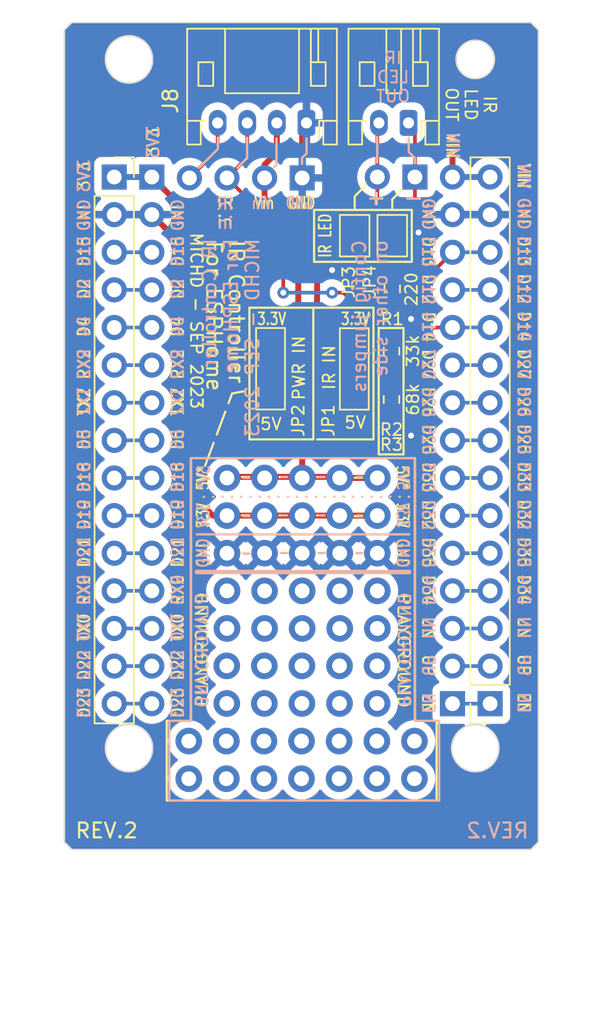
<source format=kicad_pcb>
(kicad_pcb (version 20221018) (generator pcbnew)
  (title_block (title "ESP32 WLED APA102 Level Shifter") (date "2023-09-30") (rev "2") (company "MichD"))
  (layers (0 "F.Cu" signal) (31 "B.Cu" signal) (34 "B.Paste" user) (35 "F.Paste" user) (36 "B.SilkS" user "B.Silkscreen") (37 "F.SilkS" user "F.Silkscreen") (38 "B.Mask" user) (39 "F.Mask" user) (44 "Edge.Cuts" user))
  (net 0 "")
  (net 1 "+5V")
  (net 2 "GND")
  (net 3 "/IR_SENSOR_UC")
  (net 4 "Net-(J6-Pin_1)")
  (net 5 "+3.3V")
  (net 6 "/IR_TX")
  (net 7 "Net-(J6-Pin_2)")
  (net 8 "Net-(J1-Pin_3)")
  (net 9 "Net-(J1-Pin_4)")
  (net 10 "Net-(J1-Pin_5)")
  (net 11 "Net-(J1-Pin_6)")
  (net 12 "Net-(J1-Pin_7)")
  (net 13 "Net-(J1-Pin_8)")
  (net 14 "Net-(J1-Pin_9)")
  (net 15 "Net-(J1-Pin_10)")
  (net 16 "Net-(J1-Pin_11)")
  (net 17 "Net-(J1-Pin_12)")
  (net 18 "Net-(J1-Pin_13)")
  (net 19 "Net-(J1-Pin_14)")
  (net 20 "Net-(J1-Pin_15)")
  (net 21 "Net-(J2-Pin_1)")
  (net 22 "Net-(J2-Pin_2)")
  (net 23 "Net-(J2-Pin_3)")
  (net 24 "Net-(J2-Pin_4)")
  (net 25 "Net-(J2-Pin_5)")
  (net 26 "Net-(J2-Pin_6)")
  (net 27 "Net-(J2-Pin_7)")
  (net 28 "Net-(J2-Pin_8)")
  (net 29 "Net-(J2-Pin_9)")
  (net 30 "Net-(J2-Pin_10)")
  (net 31 "Net-(J2-Pin_12)")
  (net 32 "Net-(JP1-A)")
  (net 33 "Net-(JP4-A)")
  (net 34 "/IR_SENSOR_CONN")
  (net 35 "Net-(J5-Pin_4)")
  (net 36 "VIN")
  (footprint "Connector_Pin:Pin_D0.9mm_L10.0mm_W2.4mm_FlatFork" (layer "F.Cu") (at 141.978 108.4276 90)
    (fp_text reference "REF**" hide)
    (fp_text value "Pin_D0.9mm_L10.0mm_W2.4mm_FlatFork")
  )
  (footprint "Connector_Pin:Pin_D0.9mm_L10.0mm_W2.4mm_FlatFork" (layer "F.Cu") (at 142.022 100.8228 90)
    (fp_text reference "REF**" hide)
    (fp_text value "Pin_D0.9mm_L10.0mm_W2.4mm_FlatFork")
  )
  (footprint "Jumper:SolderJumper-2_P1.3mm_Open_TrianglePad1.0x1.5mm" (layer "F.Cu") (at 152.4 73.115 90)
    (fp_text reference "JP4")
    (fp_text value "Jumper_2_Open")
  )
  (footprint "Connector_PinSocket_2.54mm:PinSocket_1x15_P2.54mm_Vertical" (layer "F.Cu") (at 133.612 69.154)
    (fp_text reference "J1" hide)
    (fp_text value "Conn_01x15_Female")
  )
  (footprint "" (layer "F.Cu") (at 151.36 104.6836)
    (fp_text reference "")
    (fp_text value "")
  )
  (footprint "Connector_PinHeader_2.54mm:PinHeader_1x15_P2.54mm_Vertical" (layer "F.Cu") (at 136.152 69.154)
    (fp_text reference "J3" hide)
    (fp_text value "Conn_01x15_Male")
  )
  (footprint "Connector_Pin:Pin_D0.9mm_L10.0mm_W2.4mm_FlatFork" (layer "F.Cu") (at 142.284 90.17 90)
    (fp_text reference "REF**" hide)
    (fp_text value "Pin_D0.9mm_L10.0mm_W2.4mm_FlatFork")
  )
  (footprint "" (layer "F.Cu") (at 146.558 97.0128 90)
    (fp_text reference "" hide)
    (fp_text value "" hide)
  )
  (footprint "" (layer "F.Cu") (at 146.542 104.6176 90)
    (fp_text reference "" hide)
    (fp_text value "" hide)
  )
  (footprint "" (layer "F.Cu") (at 144.052 109.6976 90)
    (fp_text reference "" hide)
    (fp_text value "" hide)
  )
  (footprint "" (layer "F.Cu") (at 149.904 99.5528 90)
    (fp_text reference "" hide)
    (fp_text value "" hide)
  )
  (footprint "" (layer "F.Cu") (at 144.096 99.5528 90)
    (fp_text reference "" hide)
    (fp_text value "" hide)
  )
  (footprint "" (layer "F.Cu") (at 151.376 97.1398)
    (fp_text reference "")
    (fp_text value "")
  )
  (footprint "" (layer "F.Cu") (at 144.096 94.488 90)
    (fp_text reference "" hide)
    (fp_text value "" hide)
  )
  (footprint "" (layer "F.Cu") (at 146.558 94.488 90)
    (fp_text reference "" hide)
    (fp_text value "" hide)
  )
  (footprint "" (layer "F.Cu") (at 146.542 102.0776 90)
    (fp_text reference "" hide)
    (fp_text value "" hide)
  )
  (footprint "" (layer "F.Cu") (at 146.514 109.6976 90)
    (fp_text reference "" hide)
    (fp_text value "" hide)
  )
  (footprint "" (layer "F.Cu") (at 151.384 92.075)
    (fp_text reference "")
    (fp_text value "")
  )
  (footprint "" (layer "F.Cu") (at 151.36 102.2046)
    (fp_text reference "")
    (fp_text value "")
  )
  (footprint "Connector_Pin:Pin_D0.9mm_L10.0mm_W2.4mm_FlatFork" (layer "F.Cu") (at 142.006 103.3476 90)
    (fp_text reference "REF**" hide)
    (fp_text value "Pin_D0.9mm_L10.0mm_W2.4mm_FlatFork")
  )
  (footprint "Connector_Pin:Pin_D0.9mm_L10.0mm_W2.4mm_FlatFork" (layer "F.Cu") (at 142.03 93.218 90)
    (fp_text reference "REF**" hide)
    (fp_text value "Pin_D0.9mm_L10.0mm_W2.4mm_FlatFork")
  )
  (footprint "" (layer "F.Cu") (at 144.096 97.0128 90)
    (fp_text reference "" hide)
    (fp_text value "" hide)
  )
  (footprint "" (layer "F.Cu") (at 149.904 97.0128 90)
    (fp_text reference "" hide)
    (fp_text value "" hide)
  )
  (footprint "" (layer "F.Cu") (at 149.86 109.6976 90)
    (fp_text reference "" hide)
    (fp_text value "" hide)
  )
  (footprint "" (layer "F.Cu") (at 146.514 107.1576 90)
    (fp_text reference "" hide)
    (fp_text value "" hide)
  )
  (footprint "" (layer "F.Cu") (at 138.7856 107.0864)
    (fp_text reference "")
    (fp_text value "")
  )
  (footprint "" (layer "F.Cu") (at 151.344 109.7636)
    (fp_text reference "")
    (fp_text value "")
  )
  (footprint "" (layer "F.Cu") (at 151.384 94.615)
    (fp_text reference "")
    (fp_text value "")
  )
  (footprint "" (layer "F.Cu") (at 144.052 107.1576 90)
    (fp_text reference "" hide)
    (fp_text value "" hide)
  )
  (footprint "Connector_Pin:Pin_D0.9mm_L10.0mm_W2.4mm_FlatFork" (layer "F.Cu") (at 141.978 110.9676 90)
    (fp_text reference "REF**" hide)
    (fp_text value "Pin_D0.9mm_L10.0mm_W2.4mm_FlatFork")
  )
  (footprint "" (layer "F.Cu") (at 153.8224 107.2896)
    (fp_text reference "")
    (fp_text value "")
  )
  (footprint "Connector_PinHeader_2.54mm:PinHeader_1x15_P2.54mm_Vertical" (layer "F.Cu") (at 156.472 104.714 180)
    (fp_text reference "J4" hide)
    (fp_text value "Conn_01x15_Male")
  )
  (footprint "" (layer "F.Cu") (at 149.86 107.1576 90)
    (fp_text reference "" hide)
    (fp_text value "" hide)
  )
  (footprint "Connector_JST:JST_PH_S2B-PH-K_1x02_P2.00mm_Horizontal" (layer "F.Cu") (at 153.5 65.5 180)
    (fp_text reference "J6" hide)
    (fp_text value "Conn_01x02_Pin")
  )
  (footprint "Resistor_SMD:R_0603_1608Metric" (layer "F.Cu") (at 152.4 76.708 -90)
    (fp_text reference "R1")
    (fp_text value "220")
  )
  (footprint "" (layer "F.Cu") (at 149.904 94.488 90)
    (fp_text reference "" hide)
    (fp_text value "" hide)
  )
  (footprint "Jumper:SolderJumper-3_P2.0mm_Open_TrianglePad1.0x1.5mm" (layer "F.Cu") (at 144.2 82.1 90)
    (fp_text reference "JP2")
    (fp_text value "Jumper_3_Bridged12")
  )
  (footprint "" (layer "F.Cu") (at 138.6332 109.8296)
    (fp_text reference "")
    (fp_text value "")
  )
  (footprint "" (layer "F.Cu") (at 144.096 89.408 90)
    (fp_text reference "" hide)
    (fp_text value "" hide)
  )
  (footprint "" (layer "F.Cu") (at 149.888 102.0776 90)
    (fp_text reference "" hide)
    (fp_text value "" hide)
  )
  (footprint "Connector_PinSocket_2.54mm:PinSocket_1x15_P2.54mm_Vertical" (layer "F.Cu") (at 159.012 104.714 180)
    (fp_text reference "J2" hide)
    (fp_text value "Conn_01x15_Female")
  )
  (footprint "Connector_Pin:Pin_D0.9mm_L10.0mm_W2.4mm_FlatFork" (layer "F.Cu") (at 142.03 95.758 90)
    (fp_text reference "REF**" hide)
    (fp_text value "Pin_D0.9mm_L10.0mm_W2.4mm_FlatFork")
  )
  (footprint "" (layer "F.Cu") (at 149.904 91.948 90)
    (fp_text reference "" hide)
    (fp_text value "" hide)
  )
  (footprint "Connector_PinHeader_2.54mm:PinHeader_1x04_P2.54mm_Vertical" (layer "F.Cu") (at 146.312 69.215 -90)
    (fp_text reference "J5" hide)
    (fp_text value "Conn_01x04_Pin")
  )
  (footprint "Jumper:SolderJumper-2_P1.3mm_Open_TrianglePad1.0x1.5mm" (layer "F.Cu") (at 149.86 73.115 90)
    (fp_text reference "JP3")
    (fp_text value "Jumper_2_Open")
  )
  (footprint "Resistor_SMD:R_0603_1608Metric" (layer "F.Cu") (at 152.3492 80.9122 -90)
    (fp_text reference "R2")
    (fp_text value "33k")
  )
  (footprint "" (layer "F.Cu") (at 153.8852 109.8296)
    (fp_text reference "")
    (fp_text value "")
  )
  (footprint "Connector_Pin:Pin_D0.9mm_L10.0mm_W2.4mm_FlatFork" (layer "F.Cu") (at 142.006 105.8876 90)
    (fp_text reference "REF**" hide)
    (fp_text value "Pin_D0.9mm_L10.0mm_W2.4mm_FlatFork")
  )
  (footprint "Connector_JST:JST_PH_S4B-PH-K_1x04_P2.00mm_Horizontal" (layer "F.Cu") (at 146.6 65.5 180)
    (fp_text reference "J8")
    (fp_text value "Conn_01x04_Pin")
  )
  (footprint "" (layer "F.Cu") (at 144.096 91.948 90)
    (fp_text reference "" hide)
    (fp_text value "" hide)
  )
  (footprint "" (layer "F.Cu") (at 151.376 99.6188)
    (fp_text reference "")
    (fp_text value "")
  )
  (footprint "" (layer "F.Cu") (at 151.344 107.2846)
    (fp_text reference "")
    (fp_text value "")
  )
  (footprint "" (layer "F.Cu") (at 144.08 104.6176 90)
    (fp_text reference "" hide)
    (fp_text value "" hide)
  )
  (footprint "Connector_PinHeader_2.54mm:PinHeader_1x02_P2.54mm_Vertical" (layer "F.Cu") (at 153.932 69.154 -90)
    (fp_text reference "J7" hide)
    (fp_text value "Conn_01x02_Pin")
  )
  (footprint "Resistor_SMD:R_0603_1608Metric" (layer "F.Cu") (at 152.3492 84.1756 -90)
    (fp_text reference "R3")
    (fp_text value "68k")
  )
  (footprint "" (layer "F.Cu") (at 146.558 99.5528 90)
    (fp_text reference "" hide)
    (fp_text value "" hide)
  )
  (footprint "" (layer "F.Cu") (at 146.558 89.408 90)
    (fp_text reference "" hide)
    (fp_text value "" hide)
  )
  (footprint "" (layer "F.Cu") (at 149.904 89.408 90)
    (fp_text reference "" hide)
    (fp_text value "" hide)
  )
  (footprint "" (layer "F.Cu") (at 149.888 104.6176 90)
    (fp_text reference "" hide)
    (fp_text value "" hide)
  )
  (footprint "" (layer "F.Cu") (at 151.384 89.408)
    (fp_text reference "")
    (fp_text value "")
  )
  (footprint "Connector_Pin:Pin_D0.9mm_L10.0mm_W2.4mm_FlatFork" (layer "F.Cu") (at 142.022 98.2828 90)
    (fp_text reference "REF**" hide)
    (fp_text value "Pin_D0.9mm_L10.0mm_W2.4mm_FlatFork")
  )
  (footprint "Jumper:SolderJumper-3_P2.0mm_Open_TrianglePad1.0x1.5mm" (layer "F.Cu") (at 149.86 82.112 90)
    (fp_text reference "JP1")
    (fp_text value "Jumper_3_Bridged12")
  )
  (footprint "" (layer "F.Cu") (at 144.08 102.0776 90)
    (fp_text reference "" hide)
    (fp_text value "" hide)
  )
  (footprint "" (layer "F.Cu") (at 146.558 91.948 90)
    (fp_text reference "" hide)
    (fp_text value "" hide)
  )
  (gr_line (start 142.5956 67.8688) (end 142.5956 66.4972) (stroke (width 0.15)) (layer "B.SilkS"))
  (gr_line (start 155.575 105.8672) (end 153.9494 105.8672) (stroke (width 0.15)) (layer "B.SilkS"))
  (gr_line (start 146.304 67.8688) (end 146.304 68.2752) (stroke (width 0.15)) (layer "B.SilkS"))
  (gr_line (start 144.5768 66.548) (end 144.5768 68.326) (stroke (width 0.15)) (layer "B.SilkS"))
  (gr_line (start 144.907 89.408) (end 145.288 89.408) (stroke (width 0.15)) (layer "B.SilkS"))
  (gr_line (start 144.907 94.5388) (end 145.288 94.5388) (stroke (width 0.15)) (layer "B.SilkS"))
  (gr_line (start 138.811 105.8672) (end 137.3378 105.8672) (stroke (width 0.15)) (layer "B.SilkS"))
  (gr_line (start 147.447 94.5388) (end 147.828 94.5388) (stroke (width 0.15)) (layer "B.SilkS"))
  (gr_line (start 146.6088 66.548) (end 146.6088 67.564) (stroke (width 0.15)) (layer "B.SilkS"))
  (gr_line (start 146.6088 67.564) (end 146.304 67.8688) (stroke (width 0.15)) (layer "B.SilkS"))
  (gr_line (start 153.924 68.2244) (end 153.924 67.8688) (stroke (width 0.15)) (layer "B.SilkS"))
  (gr_line (start 142.367 92.0496) (end 142.748 92.0496) (stroke (width 0.15)) (layer "B.SilkS"))
  (gr_line (start 153.9494 105.8672) (end 153.9494 88.138) (stroke (width 0.15)) (layer "B.SilkS"))
  (gr_line (start 138.811 88.138) (end 138.811 105.8672) (stroke (width 0.15)) (layer "B.SilkS"))
  (gr_line (start 153.543 95.824) (end 139.192 95.824) (stroke (width 0.3)) (layer "B.SilkS"))
  (gr_line (start 137.3378 111.252) (end 155.575 111.252) (stroke (width 0.15)) (layer "B.SilkS"))
  (gr_line (start 153.5176 67.4624) (end 153.5176 66.4972) (stroke (width 0.15)) (layer "B.SilkS"))
  (gr_line (start 153.924 67.8688) (end 153.5176 67.4624) (stroke (width 0.15)) (layer "B.SilkS"))
  (gr_line (start 153.9494 88.138) (end 138.811 88.138) (stroke (width 0.15)) (layer "B.SilkS"))
  (gr_line (start 142.367 89.4588) (end 142.748 89.4588) (stroke (width 0.15)) (layer "B.SilkS"))
  (gr_line (start 137.3378 105.8672) (end 137.3378 111.252) (stroke (width 0.15)) (layer "B.SilkS"))
  (gr_line (start 139.3444 68.5292) (end 140.6144 67.2592) (stroke (width 0.15)) (layer "B.SilkS"))
  (gr_line (start 153.543 93.284) (end 139.192 93.284) (stroke (width 0.15)) (layer "B.SilkS"))
  (gr_line (start 142.367 94.5896) (end 142.748 94.5896) (stroke (width 0.15)) (layer "B.SilkS"))
  (gr_line (start 149.987 89.408) (end 150.368 89.408) (stroke (width 0.15)) (layer "B.SilkS"))
  (gr_line (start 151.384 68.1736) (end 151.384 66.4464) (stroke (width 0.15)) (layer "B.SilkS"))
  (gr_line (start 149.987 91.9988) (end 150.368 91.9988) (stroke (width 0.15)) (layer "B.SilkS"))
  (gr_line (start 140.6144 67.2592) (end 140.6144 66.4972) (stroke (width 0.15)) (layer "B.SilkS"))
  (gr_line (start 147.447 89.408) (end 147.828 89.408) (stroke (width 0.15)) (layer "B.SilkS"))
  (gr_line (start 149.987 94.5388) (end 150.368 94.5388) (stroke (width 0.15)) (layer "B.SilkS"))
  (gr_line (start 141.9352 68.5292) (end 142.5956 67.8688) (stroke (width 0.15)) (layer "B.SilkS"))
  (gr_line (start 155.575 111.252) (end 155.575 105.8672) (stroke (width 0.15)) (layer "B.SilkS"))
  (gr_line (start 147.447 91.9988) (end 147.828 91.9988) (stroke (width 0.15)) (layer "B.SilkS"))
  (gr_line (start 153.543 90.744) (end 139.192 90.744) (stroke (width 0.15) (type dot)) (layer "B.SilkS"))
  (gr_line (start 144.907 91.9988) (end 145.288 91.9988) (stroke (width 0.15)) (layer "B.SilkS"))
  (gr_line (start 144.5768 68.326) (end 144.4244 68.4784) (stroke (width 0.15)) (layer "B.SilkS"))
  (gr_line (start 153.543 93.284) (end 139.192 93.284) (stroke (width 0.15)) (layer "F.SilkS"))
  (gr_line (start 153.543 95.824) (end 139.192 95.824) (stroke (width 0.3)) (layer "F.SilkS"))
  (gr_line (start 142.24 91.9988) (end 142.748 91.9988) (stroke (width 0.15)) (layer "F.SilkS"))
  (gr_line (start 144.78 91.9988) (end 145.288 91.9988) (stroke (width 0.15)) (layer "F.SilkS"))
  (gr_line (start 152.4 71.3232) (end 152.4 70.6628) (stroke (width 0.15)) (layer "F.SilkS"))
  (gr_line (start 149.86 92.0496) (end 150.368 92.0496) (stroke (width 0.15)) (layer "F.SilkS"))
  (gr_line (start 153.924 67.8688) (end 153.5176 67.4624) (stroke (width 0.15)) (layer "F.SilkS"))
  (gr_line (start 144.78 89.408) (end 145.288 89.408) (stroke (width 0.15)) (layer "F.SilkS"))
  (gr_line (start 140.6144 67.2592) (end 140.6144 66.4972) (stroke (width 0.15)) (layer "F.SilkS"))
  (gr_line (start 152.4 70.6628) (end 153.0096 70.0532) (stroke (width 0.15)) (layer "F.SilkS"))
  (gr_line (start 146.6088 67.564) (end 146.304 67.8688) (stroke (width 0.15)) (layer "F.SilkS"))
  (gr_line (start 141.9352 68.5292) (end 142.5956 67.8688) (stroke (width 0.15)) (layer "F.SilkS"))
  (gr_line (start 149.86 71.374) (end 149.86 70.4596) (stroke (width 0.15)) (layer "F.SilkS"))
  (gr_line (start 153.924 68.2244) (end 153.924 67.8688) (stroke (width 0.15)) (layer "F.SilkS"))
  (gr_line (start 137.16 105.8672) (end 137.16 111.252) (stroke (width 0.15)) (layer "F.SilkS"))
  (gr_line (start 146.6088 66.548) (end 146.6088 67.564) (stroke (width 0.15)) (layer "F.SilkS"))
  (gr_line (start 139.7508 88.646) (end 141.5796 83.7692) (stroke (width 0.15) (type dash)) (layer "F.SilkS"))
  (gr_line (start 149.86 89.4588) (end 150.368 89.4588) (stroke (width 0.15)) (layer "F.SilkS"))
  (gr_line (start 147.32 89.408) (end 147.828 89.408) (stroke (width 0.15)) (layer "F.SilkS"))
  (gr_line (start 144.78 94.5388) (end 145.288 94.5388) (stroke (width 0.15)) (layer "F.SilkS"))
  (gr_line (start 147.066 77.978) (end 151.13 77.978) (stroke (width 0.15)) (layer "F.SilkS"))
  (gr_line (start 149.86 70.4596) (end 150.622 69.6976) (stroke (width 0.15)) (layer "F.SilkS"))
  (gr_line (start 147.32 91.9988) (end 147.828 91.9988) (stroke (width 0.15)) (layer "F.SilkS"))
  (gr_line (start 144.5768 68.326) (end 144.4244 68.4784) (stroke (width 0.15)) (layer "F.SilkS"))
  (gr_line (start 153.543 90.744) (end 139.192 90.744) (stroke (width 0.15) (type dot)) (layer "F.SilkS"))
  (gr_line (start 147.32 94.5388) (end 147.828 94.5388) (stroke (width 0.15)) (layer "F.SilkS"))
  (gr_line (start 141.5796 83.7692) (end 142.3924 83.6168) (stroke (width 0.15) (type dash)) (layer "F.SilkS"))
  (gr_line (start 151.13 86.868) (end 147.32 86.868) (stroke (width 0.15)) (layer "F.SilkS"))
  (gr_rect (start 142.748 77.978) (end 147.066 86.868) (stroke (width 0.15)) (fill none) (layer "F.SilkS"))
  (gr_line (start 146.304 67.8688) (end 146.304 68.2752) (stroke (width 0.15)) (layer "F.SilkS"))
  (gr_line (start 153.924 88.138) (end 138.7856 88.138) (stroke (width 0.15)) (layer "F.SilkS"))
  (gr_line (start 153.924 105.8672) (end 153.924 88.138) (stroke (width 0.15)) (layer "F.SilkS"))
  (gr_line (start 142.24 94.5388) (end 142.748 94.5388) (stroke (width 0.15)) (layer "F.SilkS"))
  (gr_rect (start 147.1168 71.374) (end 153.7208 74.8792) (stroke (width 0.15)) (fill none) (layer "F.SilkS"))
  (gr_line (start 138.7856 105.8672) (end 137.16 105.8672) (stroke (width 0.15)) (layer "F.SilkS"))
  (gr_line (start 142.5956 67.8688) (end 142.5956 66.4972) (stroke (width 0.15)) (layer "F.SilkS"))
  (gr_rect (start 151.4856 79.3496) (end 153.162 87.884) (stroke (width 0.15)) (fill none) (layer "F.SilkS"))
  (gr_line (start 151.13 77.978) (end 151.13 86.868) (stroke (width 0.15)) (layer "F.SilkS"))
  (gr_line (start 142.24 89.408) (end 142.748 89.408) (stroke (width 0.15)) (layer "F.SilkS"))
  (gr_line (start 155.3972 105.8672) (end 153.924 105.8672) (stroke (width 0.15)) (layer "F.SilkS"))
  (gr_line (start 137.16 111.252) (end 155.3972 111.252) (stroke (width 0.15)) (layer "F.SilkS"))
  (gr_line (start 138.7856 88.138) (end 138.7856 105.8672) (stroke (width 0.15)) (layer "F.SilkS"))
  (gr_line (start 155.3972 111.252) (end 155.3972 105.8672) (stroke (width 0.15)) (layer "F.SilkS"))
  (gr_line (start 153.5176 67.4624) (end 153.5176 66.4972) (stroke (width 0.15)) (layer "F.SilkS"))
  (gr_line (start 139.3444 68.5292) (end 140.6144 67.2592) (stroke (width 0.15)) (layer "F.SilkS"))
  (gr_line (start 149.86 94.5896) (end 150.368 94.5896) (stroke (width 0.15)) (layer "F.SilkS"))
  (gr_line (start 151.384 68.1736) (end 151.384 66.4464) (stroke (width 0.15)) (layer "F.SilkS"))
  (gr_line (start 144.5768 66.548) (end 144.5768 68.326) (stroke (width 0.15)) (layer "F.SilkS"))
  (gr_line (start 130.75 114.554) (end 161.766 114.554) (stroke (width 0.1)) (layer "Edge.Cuts"))
  (gr_circle locked (center 134.612 107.714) (end 136.212 107.714) (stroke (width 0.1)) (fill none) (layer "Edge.Cuts"))
  (gr_line (start 161.766 58.725) (end 162.266 59.225) (stroke (width 0.1)) (layer "Edge.Cuts"))
  (gr_line (start 130.25 59.225) (end 130.75 58.725) (stroke (width 0.1)) (layer "Edge.Cuts"))
  (gr_line (start 130.25 59.225) (end 130.25 114.054) (stroke (width 0.1)) (layer "Edge.Cuts"))
  (gr_circle locked (center 158.012 107.714) (end 159.612 107.714) (stroke (width 0.1)) (fill none) (layer "Edge.Cuts"))
  (gr_line (start 162.266 114.054) (end 162.266 59.225) (stroke (width 0.1)) (layer "Edge.Cuts"))
  (gr_line (start 130.25 114.054) (end 130.75 114.554) (stroke (width 0.1)) (layer "Edge.Cuts"))
  (gr_line (start 161.766 58.725) (end 130.75 58.725) (stroke (width 0.1)) (layer "Edge.Cuts"))
  (gr_circle locked (center 134.612 61.214) (end 136.212 61.214) (stroke (width 0.1)) (fill none) (layer "Edge.Cuts"))
  (gr_circle locked (center 158.012 61.214) (end 159.312 61.214) (stroke (width 0.1)) (fill none) (layer "Edge.Cuts"))
  (gr_line (start 161.766 114.554) (end 162.266 114.054) (stroke (width 0.1)) (layer "Edge.Cuts"))
  (gr_text "" (at 141.351 92.075) (layer "B.SilkS") (effects (font (size 1.27 1.27)) (justify mirror)))
  (gr_text "Config jumpers\non other side" (at 152.146 73.3298 90) (layer "B.SilkS") (effects (font (size 0.9 0.9) (thickness 0.14)) (justify left bottom mirror)))
  (gr_text "D4" (at 131.572 79.248 90) (layer "B.SilkS") (effects (font (size 0.8 0.7) (thickness 0.13)) (justify mirror)))
  (gr_text "" (at 141.359 99.6188) (layer "B.SilkS") (effects (font (size 1.27 1.27)) (justify mirror)))
  (gr_text "GND" (at 147.1168 71.374) (layer "B.SilkS") (effects (font (size 0.8 0.6) (thickness 0.12) bold) (justify left bottom mirror)))
  (gr_text "D5" (at 137.8966 86.868 90) (layer "B.SilkS") (effects (font (size 0.8 0.7) (thickness 0.13)) (justify mirror)))
  (gr_text "3V3" (at 131.572 69.088 90) (layer "B.SilkS") (effects (font (size 0.8 0.8) (thickness 0.13)) (justify mirror)))
  (gr_text "D26" (at 161.29 84.328 270) (layer "B.SilkS") (effects (font (size 0.8 0.7) (thickness 0.13)) (justify mirror)))
  (gr_text "EN" (at 154.8384 104.6734 270) (layer "B.SilkS") (effects (font (size 0.8 0.7) (thickness 0.13)) (justify mirror)))
  (gr_text "5V*" (at 140.1318 89.4588 -270) (layer "B.SilkS") (effects (font (size 0.8 0.65) (thickness 0.12)) (justify bottom mirror)))
  (gr_text "5V*" (at 152.654 89.474 -90) (layer "B.SilkS") (effects (font (size 0.8 0.65) (thickness 0.12)) (justify bottom mirror)))
  (gr_text "" (at 141.351 94.615) (layer "B.SilkS") (effects (font (size 1.27 1.27)) (justify mirror)))
  (gr_text "UN" (at 161.29 99.568 270) (layer "B.SilkS") (effects (font (size 0.8 0.7) (thickness 0.13)) (justify mirror)))
  (gr_text "GND" (at 161.29 71.628 270) (layer "B.SilkS") (effects (font (size 0.8 0.7) (thickness 0.13)) (justify mirror)))
  (gr_text "UP" (at 154.8384 102.1334 270) (layer "B.SilkS") (effects (font (size 0.8 0.7) (thickness 0.13)) (justify mirror)))
  (gr_text "D33" (at 154.8384 89.4334 270) (layer "B.SilkS") (effects (font (size 0.8 0.7) (thickness 0.13)) (justify mirror)))
  (gr_text "D2" (at 131.572 76.708 90) (layer "B.SilkS") (effects (font (size 0.8 0.7) (thickness 0.13)) (justify mirror)))
  (gr_text "RX2" (at 137.8966 81.788 90) (layer "B.SilkS") (effects (font (size 0.8 0.7) (thickness 0.13)) (justify mirror)))
  (gr_text "D34" (at 154.8384 97.0534 270) (layer "B.SilkS") (effects (font (size 0.8 0.7) (thickness 0.13)) (justify mirror)))
  (gr_text "D26" (at 154.8384 84.3534 270) (layer "B.SilkS") (effects (font (size 0.8 0.7) (thickness 0.13)) (justify mirror)))
  (gr_text "GND" (at 154.8384 71.6534 270) (layer "B.SilkS") (effects (font (size 0.8 0.7) (thickness 0.13)) (justify mirror)))
  (gr_text "RX2" (at 131.572 81.788 90) (layer "B.SilkS") (effects (font (size 0.8 0.7) (thickness 0.13)) (justify mirror)))
  (gr_text "TX0" (at 137.8966 99.568 90) (layer "B.SilkS") (effects (font (size 0.8 0.7) (thickness 0.13)) (justify mirror)))
  (gr_text "UP" (at 161.29 102.108 270) (layer "B.SilkS") (effects (font (size 0.8 0.7) (thickness 0.13)) (justify mirror)))
  (gr_text "" (at 141.351 92.075) (layer "B.SilkS") (effects (font (size 1.27 1.27)) (justify mirror)))
  (gr_text "D35" (at 161.29 94.488 270) (layer "B.SilkS") (effects (font (size 0.8 0.7) (thickness 0.13)) (justify mirror)))
  (gr_text "RX0" (at 131.572 97.028 90) (layer "B.SilkS") (effects (font (size 0.8 0.7) (thickness 0.13)) (justify mirror)))
  (gr_text "D22" (at 131.572 102.108 90) (layer "B.SilkS") (effects (font (size 0.8 0.7) (thickness 0.13)) (justify mirror)))
  (gr_text "" (at 141.351 89.408) (layer "B.SilkS") (effects (font (size 1.27 1.27)) (justify mirror)))
  (gr_text "" (at 141.359 99.6188) (layer "B.SilkS") (effects (font (size 1.27 1.27)) (justify mirror)))
  (gr_text "D4" (at 137.8966 79.248 90) (layer "B.SilkS") (effects (font (size 0.8 0.7) (thickness 0.13)) (justify mirror)))
  (gr_text "D13" (at 161.29 74.168 270) (layer "B.SilkS") (effects (font (size 0.8 0.7) (thickness 0.13)) (justify mirror)))
  (gr_text "D27" (at 161.29 81.788 270) (layer "B.SilkS") (effects (font (size 0.8 0.7) (thickness 0.13)) (justify mirror)))
  (gr_text "D5" (at 131.572 86.868 90) (layer "B.SilkS") (effects (font (size 0.8 0.7) (thickness 0.13)) (justify mirror)))
  (gr_text "IR Controller\nFor ESPHome\nMICHD - SEP 2023" (at 141.5034 73.2282 90) (layer "B.SilkS") (effects (font (size 0.9 0.9) (thickness 0.14)) (justify left mirror)))
  (gr_text "3.3V" (at 152.654 91.9988 -90) (layer "B.SilkS") (effects (font (size 0.8 0.5) (thickness 0.12)) (justify bottom mirror)))
  (gr_text "D27" (at 154.8384 81.8134 270) (layer "B.SilkS") (effects (font (size 0.8 0.7) (thickness 0.13)) (justify mirror)))
  (gr_text "+" (at 151.9936 71.12) (layer "B.SilkS") (effects (font (size 1 1)) (justify left bottom mirror)))
  (gr_text "VIN" (at 156.5 67 270) (layer "B.SilkS") (effects (font (size 0.8 0.7) (thickness 0.13)) (justify mirror)))
  (gr_text "D14" (at 154.8384 79.2734 270) (layer "B.SilkS") (effects (font (size 0.8 0.7) (thickness 0.13)) (justify mirror)))
  (gr_text "D32" (at 154.8384 91.9734 270) (layer "B.SilkS") (effects (font (size 0.8 0.7) (thickness 0.13)) (justify mirror)))
  (gr_text "PLAYGROUND" (at 152.7302 105.0036 -90) (layer "B.SilkS") (effects (font (size 0.8 0.8) (thickness 0.12)) (justify left bottom mirror)))
  (gr_text "" (at 141.359 97.1398) (layer "B.SilkS") (effects (font (size 1.27 1.27)) (justify mirror)))
  (gr_text "D35" (at 154.8384 94.5134 270) (layer "B.SilkS") (effects (font (size 0.8 0.7) (thickness 0.13)) (justify mirror)))
  (gr_text "-" (at 154.5082 71.12) (layer "B.SilkS") (effects (font (size 1 1)) (justify left bottom mirror)))
  (gr_text "TX0" (at 131.572 99.568 90) (layer "B.SilkS") (effects (font (size 0.8 0.7) (thickness 0.13)) (justify mirror)))
  (gr_text "" (at 141.375 104.6836) (layer "B.SilkS") (effects (font (size 1.27 1.27)) (justify mirror)))
  (gr_text "REV.2" (at 159.512 113.284) (layer "B.SilkS") (effects (font (size 1 1)) (justify mirror)))
  (gr_text "D22" (at 137.8966 102.108 90) (layer "B.SilkS") (effects (font (size 0.8 0.7) (thickness 0.13)) (justify mirror)))
  (gr_text "D18" (at 137.8966 89.408 90) (layer "B.SilkS") (effects (font (size 0.8 0.7) (thickness 0.13)) (justify mirror)))
  (gr_text "D25" (at 161.29 86.868 270) (layer "B.SilkS") (effects (font (size 0.8 0.7) (thickness 0.13)) (justify mirror)))
  (gr_text "IR\nin" (at 141.7574 72.7202) (layer "B.SilkS") (effects (font (size 0.8 0.8) (thickness 0.12)) (justify left bottom mirror)))
  (gr_text "IR\nLED\nOUT" (at 152.4508 64.1604) (layer "B.SilkS") (effects (font (size 0.8 0.8) (thickness 0.12)) (justify bottom mirror)))
  (gr_text "D19" (at 137.8966 91.948 90) (layer "B.SilkS") (effects (font (size 0.8 0.7) (thickness 0.13)) (justify mirror)))
  (gr_text "" (at 141.375 104.6836) (layer "B.SilkS") (effects (font (size 1.27 1.27)) (justify mirror)))
  (gr_text "D12" (at 154.8384 76.7334 270) (layer "B.SilkS") (effects (font (size 0.8 0.7) (thickness 0.13)) (justify mirror)))
  (gr_text "D15" (at 131.572 74.168 90) (layer "B.SilkS") (effects (font (size 0.8 0.7) (thickness 0.13)) (justify mirror)))
  (gr_text "D14" (at 161.29 79.248 270) (layer "B.SilkS") (effects (font (size 0.8 0.7) (thickness 0.13)) (justify mirror)))
  (gr_text "EN" (at 161.29 104.648 270) (layer "B.SilkS") (effects (font (size 0.8 0.7) (thickness 0.13)) (justify mirror)))
  (gr_text "RX0" (at 137.8966 97.028 90) (layer "B.SilkS") (effects (font (size 0.8 0.7) (thickness 0.13)) (justify mirror)))
  (gr_text "D21" (at 137.8966 94.488 90) (layer "B.SilkS") (effects (font (size 0.8 0.7) (thickness 0.13)) (justify mirror)))
  (gr_text "D23" (at 137.8966 104.648 90) (layer "B.SilkS") (effects (font (size 0.8 0.7) (thickness 0.13)) (justify mirror)))
  (gr_text "D23" (at 131.572 104.648 90) (layer "B.SilkS") (effects (font (size 0.8 0.7) (thickness 0.13)) (justify mirror)))
  (gr_text "D21" (at 131.572 94.488 90) (layer "B.SilkS") (effects (font (size 0.8 0.7) (thickness 0.13)) (justify mirror)))
  (gr_text "D13" (at 154.8384 74.1934 270) (layer "B.SilkS") (effects (font (size 0.8 0.7) (thickness 0.13)) (justify mirror)))
  (gr_text "D18" (at 131.572 89.408 90) (layer "B.SilkS") (effects (font (size 0.8 0.7) (thickness 0.13)) (justify mirror)))
  (gr_text "D33" (at 161.29 89.408 270) (layer "B.SilkS") (effects (font (size 0.8 0.7) (thickness 0.13)) (justify mirror)))
  (gr_text "D32" (at 161.29 91.948 270) (layer "B.SilkS") (effects (font (size 0.8 0.7) (thickness 0.13)) (justify mirror)))
  (gr_text "TX2" (at 131.572 84.328 90) (layer "B.SilkS") (effects (font (size 0.8 0.7) (thickness 0.13)) (justify mirror)))
  (gr_text "GND" (at 140.1318 94.5388 -270) (layer "B.SilkS") (effects (font (size 0.8 0.65) (thickness 0.12)) (justify bottom mirror)))
  (gr_text "PLAYGROUND" (at 140.0302 97.1804 90) (layer "B.SilkS") (effects (font (size 0.8 0.8) (thickness 0.12)) (justify left bottom mirror)))
  (gr_text "D12" (at 161.29 76.708 270) (layer "B.SilkS") (effects (font (size 0.8 0.7) (thickness 0.13)) (justify mirror)))
  (gr_text "" (at 141.351 94.615) (layer "B.SilkS") (effects (font (size 1.27 1.27)) (justify mirror)))
  (gr_text "" (at 141.359 97.1398) (layer "B.SilkS") (effects (font (size 1.27 1.27)) (justify mirror)))
  (gr_text "TX2" (at 137.8966 84.328 90) (layer "B.SilkS") (effects (font (size 0.8 0.7) (thickness 0.13)) (justify mirror)))
  (gr_text "Vin" (at 144.3228 71.374) (layer "B.SilkS") (effects (font (size 0.8 0.6) (thickness 0.12) bold) (justify left bottom mirror)))
  (gr_text "VIN" (at 161.29 69.088 270) (layer "B.SilkS") (effects (font (size 0.8 0.7) (thickness 0.13)) (justify mirror)))
  (gr_text "" (at 141.375 102.2046) (layer "B.SilkS") (effects (font (size 1.27 1.27)) (justify mirror)))
  (gr_text "GND\n" (at 131.572 71.7296 90) (layer "B.SilkS") (effects (font (size 0.8 0.7) (thickness 0.13)) (justify mirror)))
  (gr_text "3.3V" (at 140.1318 91.9988 -270) (layer "B.SilkS") (effects (font (size 0.8 0.5) (thickness 0.12)) (justify bottom mirror)))
  (gr_text "" (at 141.375 102.2046) (layer "B.SilkS") (effects (font (size 1.27 1.27)) (justify mirror)))
  (gr_text "UN" (at 154.8384 99.5934 270) (layer "B.SilkS") (effects (font (size 0.8 0.7) (thickness 0.13)) (justify mirror)))
  (gr_text "D2" (at 137.8966 76.708 90) (layer "B.SilkS") (effects (font (size 0.8 0.7) (thickness 0.13)) (justify mirror)))
  (gr_text "GND" (at 152.654 94.5388 -90) (layer "B.SilkS") (effects (font (size 0.8 0.65) (thickness 0.12)) (justify bottom mirror)))
  (gr_text "D19" (at 131.572 91.948 90) (layer "B.SilkS") (effects (font (size 0.8 0.7) (thickness 0.13)) (justify mirror)))
  (gr_text "GND\n" (at 137.8966 71.7296 90) (layer "B.SilkS") (effects (font (size 0.8 0.7) (thickness 0.13)) (justify mirror)))
  (gr_text "D34" (at 161.29 97.028 270) (layer "B.SilkS") (effects (font (size 0.8 0.7) (thickness 0.13)) (justify mirror)))
  (gr_text "" (at 141.351 89.408) (layer "B.SilkS") (effects (font (size 1.27 1.27)) (justify mirror)))
  (gr_text "D25" (at 154.8384 86.8934 270) (layer "B.SilkS") (effects (font (size 0.8 0.7) (thickness 0.13)) (justify mirror)))
  (gr_text "3V3" (at 136.2456 66.802 90) (layer "B.SilkS") (effects (font (size 0.8 0.8) (thickness 0.13)) (justify mirror)))
  (gr_text "D15" (at 137.8966 74.168 90) (layer "B.SilkS") (effects (font (size 0.8 0.7) (thickness 0.13)) (justify mirror)))
  (gr_text "D12" (at 154.8384 76.7334 -90) (layer "F.SilkS") (effects (font (size 0.8 0.7) (thickness 0.13))))
  (gr_text "GND" (at 152.6032 94.5388 270) (layer "F.SilkS") (effects (font (size 0.8 0.65) (thickness 0.12)) (justify bottom)))
  (gr_text "GND\n" (at 137.8966 71.7296 90) (layer "F.SilkS") (effects (font (size 0.8 0.7) (thickness 0.13))))
  (gr_text "TX0" (at 131.572 99.568 90) (layer "F.SilkS") (effects (font (size 0.8 0.7) (thickness 0.13))))
  (gr_text "D15" (at 137.8966 74.168 90) (layer "F.SilkS") (effects (font (size 0.8 0.7) (thickness 0.13))))
  (gr_text "D21" (at 131.572 94.488 90) (layer "F.SilkS") (effects (font (size 0.8 0.7) (thickness 0.13))))
  (gr_text "MICHD - SEP 2023" (at 139.1666 78.867 270) (layer "F.SilkS") (effects (font (size 0.8 0.8) (thickness 0.13))))
  (gr_text "D13" (at 154.8384 74.1934 -90) (layer "F.SilkS") (effects (font (size 0.8 0.7) (thickness 0.13))))
  (gr_text "D35" (at 161.29 94.488 -90) (layer "F.SilkS") (effects (font (size 0.8 0.7) (thickness 0.13))))
  (gr_text "3.3V" (at 143.2 79.2) (layer "F.SilkS") (effects (font (size 0.8 0.6) (thickness 0.12)) (justify left bottom)))
  (gr_text "D13" (at 161.29 74.168 -90) (layer "F.SilkS") (effects (font (size 0.8 0.7) (thickness 0.13))))
  (gr_text "D25" (at 161.29 86.868 -90) (layer "F.SilkS") (effects (font (size 0.8 0.7) (thickness 0.13))))
  (gr_text "D22" (at 137.8966 102.108 90) (layer "F.SilkS") (effects (font (size 0.8 0.7) (thickness 0.13))))
  (gr_text "TX2" (at 131.572 84.328 90) (layer "F.SilkS") (effects (font (size 0.8 0.7) (thickness 0.13))))
  (gr_text "D35" (at 154.8384 94.5134 -90) (layer "F.SilkS") (effects (font (size 0.8 0.7) (thickness 0.13))))
  (gr_text "IR Controller" (at 141.859 78.2574 270) (layer "F.SilkS") (effects (font (size 1 1))))
  (gr_text "D18" (at 137.8966 89.408 90) (layer "F.SilkS") (effects (font (size 0.8 0.7) (thickness 0.13))))
  (gr_text "D18" (at 131.572 89.408 90) (layer "F.SilkS") (effects (font (size 0.8 0.7) (thickness 0.13))))
  (gr_text "3.3V" (at 148.86 79.2) (layer "F.SilkS") (effects (font (size 0.8 0.6) (thickness 0.12)) (justify left bottom)))
  (gr_text "D23" (at 137.8966 104.648 90) (layer "F.SilkS") (effects (font (size 0.8 0.7) (thickness 0.13))))
  (gr_text "5V*" (at 140.081 89.474 90) (layer "F.SilkS") (effects (font (size 0.8 0.65) (thickness 0.12)) (justify bottom)))
  (gr_text "RX0" (at 137.8966 97.028 90) (layer "F.SilkS") (effects (font (size 0.8 0.7) (thickness 0.13))))
  (gr_text "D4" (at 137.8966 79.248 90) (layer "F.SilkS") (effects (font (size 0.8 0.7) (thickness 0.13))))
  (gr_text "IR\nin" (at 140.462 72.644) (layer "F.SilkS") (effects (font (size 0.8 0.8) (thickness 0.12)) (justify left bottom)))
  (gr_text "TX2" (at 137.8966 84.328 90) (layer "F.SilkS") (effects (font (size 0.8 0.7) (thickness 0.13))))
  (gr_text "D26" (at 161.29 84.328 -90) (layer "F.SilkS") (effects (font (size 0.8 0.7) (thickness 0.13))))
  (gr_text "GND" (at 140.081 94.5388 90) (layer "F.SilkS") (effects (font (size 0.8 0.65) (thickness 0.12)) (justify bottom)))
  (gr_text "VIN" (at 156.464 67.056 -90) (layer "F.SilkS") (effects (font (size 0.8 0.7) (thickness 0.13))))
  (gr_text "PWR IN" (at 146.558 82.042 90) (layer "F.SilkS") (effects (font (size 0.8 0.8) (thickness 0.12)) (justify bottom)))
  (gr_text "D22" (at 131.572 102.108 90) (layer "F.SilkS") (effects (font (size 0.8 0.7) (thickness 0.13))))
  (gr_text "D32" (at 154.8384 91.9734 -90) (layer "F.SilkS") (effects (font (size 0.8 0.7) (thickness 0.13))))
  (gr_text "GND" (at 161.29 71.628 -90) (layer "F.SilkS") (effects (font (size 0.8 0.7) (thickness 0.13))))
  (gr_text "IR\nLED\nOUT" (at 155.956 64.262 -90) (layer "F.SilkS") (effects (font (size 0.8 0.8) (thickness 0.12)) (justify bottom)))
  (gr_text "D34" (at 154.8384 97.0534 -90) (layer "F.SilkS") (effects (font (size 0.8 0.7) (thickness 0.13))))
  (gr_text "D33" (at 161.29 89.408 -90) (layer "F.SilkS") (effects (font (size 0.8 0.7) (thickness 0.13))))
  (gr_text "D19" (at 131.572 91.948 90) (layer "F.SilkS") (effects (font (size 0.8 0.7) (thickness 0.13))))
  (gr_text "EN" (at 154.8384 104.6734 -90) (layer "F.SilkS") (effects (font (size 0.8 0.7) (thickness 0.13))))
  (gr_text "D23" (at 131.572 104.648 90) (layer "F.SilkS") (effects (font (size 0.8 0.7) (thickness 0.13))))
  (gr_text "VIN" (at 161.29 69.088 -90) (layer "F.SilkS") (effects (font (size 0.8 0.7) (thickness 0.13))))
  (gr_text "RX2" (at 137.8966 81.788 90) (layer "F.SilkS") (effects (font (size 0.8 0.7) (thickness 0.13))))
  (gr_text "UP" (at 154.8384 102.1334 -90) (layer "F.SilkS") (effects (font (size 0.8 0.7) (thickness 0.13))))
  (gr_text "-" (at 153.162 71.12) (layer "F.SilkS") (effects (font (size 1 1)) (justify left bottom)))
  (gr_text "D5" (at 131.572 86.868 90) (layer "F.SilkS") (effects (font (size 0.8 0.7) (thickness 0.13))))
  (gr_text "3.3V" (at 140.081 91.9988 90) (layer "F.SilkS") (effects (font (size 0.8 0.5) (thickness 0.12)) (justify bottom)))
  (gr_text "IR IN" (at 148.6 83.6 90) (layer "F.SilkS") (effects (font (size 0.8 0.8) (thickness 0.12)) (justify left bottom)))
  (gr_text "D34" (at 161.29 97.028 -90) (layer "F.SilkS") (effects (font (size 0.8 0.7) (thickness 0.13))))
  (gr_text "D27" (at 161.29 81.788 -90) (layer "F.SilkS") (effects (font (size 0.8 0.7) (thickness 0.13))))
  (gr_text "3.3V" (at 152.6032 91.9988 270) (layer "F.SilkS") (effects (font (size 0.8 0.5) (thickness 0.12)) (justify bottom)))
  (gr_text "D25" (at 154.8384 86.8934 -90) (layer "F.SilkS") (effects (font (size 0.8 0.7) (thickness 0.13))))
  (gr_text "D21" (at 137.8966 94.488 90) (layer "F.SilkS") (effects (font (size 0.8 0.7) (thickness 0.13))))
  (gr_text "D19" (at 137.8966 91.948 90) (layer "F.SilkS") (effects (font (size 0.8 0.7) (thickness 0.13))))
  (gr_text "D26" (at 154.8384 84.3534 -90) (layer "F.SilkS") (effects (font (size 0.8 0.7) (thickness 0.13))))
  (gr_text "D33" (at 154.8384 89.4334 -90) (layer "F.SilkS") (effects (font (size 0.8 0.7) (thickness 0.13))))
  (gr_text "RX2" (at 131.572 81.788 90) (layer "F.SilkS") (effects (font (size 0.8 0.7) (thickness 0.13))))
  (gr_text "UN" (at 154.8384 99.5934 -90) (layer "F.SilkS") (effects (font (size 0.8 0.7) (thickness 0.13))))
  (gr_text "For ESPHome" (at 140.3604 78.5368 270) (layer "F.SilkS") (effects (font (size 1 1))))
  (gr_text "D32" (at 161.29 91.948 -90) (layer "F.SilkS") (effects (font (size 0.8 0.7) (thickness 0.13))))
  (gr_text "D14" (at 154.8384 79.2734 -90) (layer "F.SilkS") (effects (font (size 0.8 0.7) (thickness 0.13))))
  (gr_text "IR LED" (at 148.336 74.676 90) (layer "F.SilkS") (effects (font (size 0.8 0.6) (thickness 0.12) bold) (justify left bottom)))
  (gr_text "D15" (at 131.572 74.168 90) (layer "F.SilkS") (effects (font (size 0.8 0.7) (thickness 0.13))))
  (gr_text "GND" (at 145.288 71.374) (layer "F.SilkS") (effects (font (size 0.8 0.6) (thickness 0.12) bold) (justify left bottom)))
  (gr_text "D5" (at 137.8966 86.868 90) (layer "F.SilkS") (effects (font (size 0.8 0.7) (thickness 0.13))))
  (gr_text "UP" (at 161.29 102.108 -90) (layer "F.SilkS") (effects (font (size 0.8 0.7) (thickness 0.13))))
  (gr_text "REV.2" (at 133.096 113.284) (layer "F.SilkS") (effects (font (size 1 1))))
  (gr_text "D12" (at 161.29 76.708 -90) (layer "F.SilkS") (effects (font (size 0.8 0.7) (thickness 0.13))))
  (gr_text "PLAYGROUND" (at 152.7048 97.1804 -90) (layer "F.SilkS") (effects (font (size 0.8 0.8) (thickness 0.12)) (justify left bottom)))
  (gr_text "D4" (at 131.572 79.248 90) (layer "F.SilkS") (effects (font (size 0.8 0.7) (thickness 0.13))))
  (gr_text "RX0" (at 131.572 97.028 90) (layer "F.SilkS") (effects (font (size 0.8 0.7) (thickness 0.13))))
  (gr_text "D2" (at 131.572 76.708 90) (layer "F.SilkS") (effects (font (size 0.8 0.7) (thickness 0.13))))
  (gr_text "D14" (at 161.29 79.248 -90) (layer "F.SilkS") (effects (font (size 0.8 0.7) (thickness 0.13))))
  (gr_text "+" (at 150.622 71.12) (layer "F.SilkS") (effects (font (size 1 1)) (justify left bottom)))
  (gr_text "3V3" (at 136.2456 66.802 90) (layer "F.SilkS") (effects (font (size 0.8 0.7) (thickness 0.13))))
  (gr_text "PLAYGROUND" (at 140.0048 105.0036 90) (layer "F.SilkS") (effects (font (size 0.8 0.8) (thickness 0.12)) (justify left bottom)))
  (gr_text "3V3" (at 131.572 69.088 90) (layer "F.SilkS") (effects (font (size 0.8 0.7) (thickness 0.13))))
  (gr_text "5V*" (at 152.6032 89.4588 270) (layer "F.SilkS") (effects (font (size 0.8 0.65) (thickness 0.12)) (justify bottom)))
  (gr_text "EN" (at 161.29 104.648 -90) (layer "F.SilkS") (effects (font (size 0.8 0.7) (thickness 0.13))))
  (gr_text "D27" (at 154.8384 81.8134 -90) (layer "F.SilkS") (effects (font (size 0.8 0.7) (thickness 0.13))))
  (gr_text "UN" (at 161.29 99.568 -90) (layer "F.SilkS") (effects (font (size 0.8 0.7) (thickness 0.13))))
  (gr_text "TX0" (at 137.8966 99.568 90) (layer "F.SilkS") (effects (font (size 0.8 0.7) (thickness 0.13))))
  (gr_text "5V" (at 143.4 86.3) (layer "F.SilkS") (effects (font (size 0.8 0.8) (thickness 0.12)) (justify left bottom)))
  (gr_text "Vin" (at 143.002 71.374) (layer "F.SilkS") (effects (font (size 0.8 0.6) (thickness 0.12) bold) (justify left bottom)))
  (gr_text "D2" (at 137.8966 76.708 90) (layer "F.SilkS") (effects (font (size 0.8 0.7) (thickness 0.13))))
  (gr_text "GND" (at 154.8384 71.6534 -90) (layer "F.SilkS") (effects (font (size 0.8 0.7) (thickness 0.13))))
  (gr_text "5V" (at 149.1 86.2) (layer "F.SilkS") (effects (font (size 0.8 0.8) (thickness 0.12)) (justify left bottom)))
  (gr_text "GND\n" (at 131.572 71.7296 90) (layer "F.SilkS") (effects (font (size 0.8 0.7) (thickness 0.13))))
  (segment (start 155.448 63.5) (end 156.472 64.524) (width 0.4) (layer "F.Cu") (net 1))
  (segment (start 148.844 64.516) (end 149.86 63.5) (width 0.4) (layer "F.Cu") (net 1))
  (segment (start 146.312 89.474) (end 146.312 85.09) (width 0.4) (layer "F.Cu") (net 1))
  (segment (start 148.844 69.596) (end 148.844 64.516) (width 0.4) (layer "F.Cu") (net 1))
  (segment (start 149.86 63.5) (end 155.448 63.5) (width 0.4) (layer "F.Cu") (net 1))
  (segment (start 147.32 82.88) (end 147.32 71.12) (width 0.4) (layer "F.Cu") (net 1))
  (segment (start 145.796 84.1) (end 146.1 84.1) (width 0.4) (layer "F.Cu") (net 1))
  (segment (start 146.312 85.09) (end 146.312 84.836) (width 0.4) (layer "F.Cu") (net 1))
  (segment (start 146.312 84.312) (end 146.1 84.1) (width 0.4) (layer "F.Cu") (net 1))
  (segment (start 146.312 84.836) (end 146.312 84.312) (width 0.4) (layer "F.Cu") (net 1))
  (segment (start 156.472 64.524) (end 156.472 69.154) (width 0.4) (layer "F.Cu") (net 1))
  (segment (start 144.2 84.1) (end 145.796 84.1) (width 0.4) (layer "F.Cu") (net 1))
  (segment (start 141.4 89.4) (end 149.02 89.4) (width 0.4) (layer "F.Cu") (net 1))
  (segment (start 146.596 83.604) (end 147.32 82.88) (width 0.4) (layer "F.Cu") (net 1))
  (segment (start 146.1 84.1) (end 146.596 83.604) (width 0.4) (layer "F.Cu") (net 1))
  (segment (start 147.32 71.12) (end 148.844 69.596) (width 0.4) (layer "F.Cu") (net 1))
  (segment (start 146.312 85.09) (end 146.312 83.888) (width 0.4) (layer "F.Cu") (net 1))
  (segment (start 151.392 89.474) (end 148.852 89.474) (width 0.4) (layer "F.Cu") (net 1))
  (segment (start 146.312 84.836) (end 146.312 84.616) (width 0.4) (layer "F.Cu") (net 1))
  (segment (start 146.312 84.616) (end 145.796 84.1) (width 0.4) (layer "F.Cu") (net 1))
  (segment (start 146.312 83.888) (end 146.596 83.604) (width 0.4) (layer "F.Cu") (net 1))
  (segment (start 156.472 69.154) (end 159.012 69.154) (width 0.4) (layer "B.Cu") (net 1))
  (segment (start 146.312 65.788) (end 146.6 65.5) (width 0.4) (layer "F.Cu") (net 2))
  (segment (start 137.356 72.898) (end 137.668 72.898) (width 0.4) (layer "F.Cu") (net 2))
  (segment (start 136.152 71.694) (end 137.356 72.898) (width 0.4) (layer "F.Cu") (net 2))
  (segment (start 146.312 69.215) (end 146.312 65.788) (width 0.4) (layer "F.Cu") (net 2))
  (segment (start 137.668 72.898) (end 137.922 73.152) (width 0.4) (layer "F.Cu") (net 2))
  (via (at 153.67 78.74) (size 0.8) (drill 0.4) (layers "F.Cu" "B.Cu") (net 2))
  (via (at 148.336 75.438) (size 0.8) (drill 0.4) (layers "F.Cu" "B.Cu") (net 2))
  (via (at 154.178 72.898) (size 0.8) (drill 0.4) (layers "F.Cu" "B.Cu") (net 2))
  (via (at 153.67 86.614) (size 0.8) (drill 0.4) (layers "F.Cu" "B.Cu") (net 2))
  (segment (start 151.13 81.788) (end 150.806 82.112) (width 0.25) (layer "F.Cu") (net 3))
  (segment (start 156.472 79.314) (end 155.18515 79.314) (width 0.25) (layer "F.Cu") (net 3))
  (segment (start 153.60015 80.899) (end 151.511 80.899) (width 0.25) (layer "F.Cu") (net 3))
  (segment (start 151.13 81.28) (end 151.13 81.788) (width 0.25) (layer "F.Cu") (net 3))
  (segment (start 150.806 82.112) (end 149.86 82.112) (width 0.25) (layer "F.Cu") (net 3))
  (segment (start 155.18515 79.314) (end 153.60015 80.899) (width 0.25) (layer "F.Cu") (net 3))
  (segment (start 151.511 80.899) (end 151.13 81.28) (width 0.25) (layer "F.Cu") (net 3))
  (segment (start 156.472 79.314) (end 159.012 79.314) (width 0.25) (layer "B.Cu") (net 3))
  (segment (start 153.932 69.154) (end 153.932 65.932) (width 0.25) (layer "F.Cu") (net 4))
  (segment (start 153.932 65.932) (end 153.5 65.5) (width 0.25) (layer "F.Cu") (net 4))
  (segment (start 152.4 72.39) (end 153.932 70.858) (width 0.25) (layer "F.Cu") (net 4))
  (segment (start 153.932 70.858) (end 153.932 69.154) (width 0.25) (layer "F.Cu") (net 4))
  (segment (start 139.864 80.1) (end 139.7 80.264) (width 0.4) (layer "F.Cu") (net 5))
  (segment (start 140.274 92.014) (end 139.7 91.44) (width 0.4) (layer "F.Cu") (net 5))
  (segment (start 139.7 80.772) (end 139.7 80.264) (width 0.4) (layer "F.Cu") (net 5))
  (segment (start 139.7 72.702) (end 139.671 72.673) (width 0.4) (layer "F.Cu") (net 5))
  (segment (start 151.392 92.014) (end 148.852 92.014) (width 0.4) (layer "F.Cu") (net 5))
  (segment (start 140.208 80.01) (end 139.7 79.502) (width 0.4) (layer "F.Cu") (net 5))
  (segment (start 139.7 91.44) (end 139.7 80.772) (width 0.4) (layer "F.Cu") (net 5))
  (segment (start 139.7 80.518) (end 139.7 80.772) (width 0.4) (layer "F.Cu") (net 5))
  (segment (start 140.208 80.01) (end 139.7 80.518) (width 0.4) (layer "F.Cu") (net 5))
  (segment (start 139.7 79.502) (end 139.7 72.702) (width 0.4) (layer "F.Cu") (net 5))
  (segment (start 140.208 80.1) (end 140.208 80.01) (width 0.4) (layer "F.Cu") (net 5))
  (segment (start 139.7 80.264) (end 139.7 79.502) (width 0.4) (layer "F.Cu") (net 5))
  (segment (start 139.671 72.673) (end 136.152 69.154) (width 0.4) (layer "F.Cu") (net 5))
  (segment (start 140.208 80.1) (end 139.864 80.1) (width 0.4) (layer "F.Cu") (net 5))
  (segment (start 148.852 92.014) (end 140.274 92.014) (width 0.4) (layer "F.Cu") (net 5))
  (segment (start 144.2 80.1) (end 140.208 80.1) (width 0.4) (layer "F.Cu") (net 5))
  (segment (start 133.612 69.154) (end 136.152 69.154) (width 0.4) (layer "B.Cu") (net 5))
  (segment (start 149.86 75.184) (end 151.384 76.708) (width 0.25) (layer "F.Cu") (net 6))
  (segment (start 151.384 76.708) (end 153.998 76.708) (width 0.25) (layer "F.Cu") (net 6))
  (segment (start 149.86 73.84) (end 149.86 75.184) (width 0.25) (layer "F.Cu") (net 6))
  (segment (start 153.998 76.708) (end 156.472 74.234) (width 0.25) (layer "F.Cu") (net 6))
  (segment (start 156.472 74.234) (end 159.012 74.234) (width 0.25) (layer "B.Cu") (net 6))
  (segment (start 151.392 70.858) (end 151.392 69.154) (width 0.25) (layer "F.Cu") (net 7))
  (segment (start 151.392 69.154) (end 151.392 65.608) (width 0.25) (layer "F.Cu") (net 7))
  (segment (start 149.86 72.39) (end 151.392 70.858) (width 0.25) (layer "F.Cu") (net 7))
  (segment (start 151.392 65.608) (end 151.5 65.5) (width 0.25) (layer "F.Cu") (net 7))
  (segment (start 133.612 74.234) (end 136.152 74.234) (width 0.25) (layer "B.Cu") (net 8))
  (segment (start 133.612 76.774) (end 136.152 76.774) (width 0.25) (layer "B.Cu") (net 9))
  (segment (start 133.612 79.314) (end 136.152 79.314) (width 0.25) (layer "B.Cu") (net 10))
  (segment (start 133.612 81.854) (end 136.152 81.854) (width 0.25) (layer "B.Cu") (net 11))
  (segment (start 133.612 84.394) (end 136.152 84.394) (width 0.25) (layer "B.Cu") (net 12))
  (segment (start 133.612 86.934) (end 136.152 86.934) (width 0.25) (layer "B.Cu") (net 13))
  (segment (start 133.612 89.474) (end 136.152 89.474) (width 0.25) (layer "B.Cu") (net 14))
  (segment (start 133.612 92.014) (end 136.152 92.014) (width 0.25) (layer "B.Cu") (net 15))
  (segment (start 133.612 94.554) (end 136.152 94.554) (width 0.25) (layer "B.Cu") (net 16))
  (segment (start 133.612 97.094) (end 136.152 97.094) (width 0.25) (layer "B.Cu") (net 17))
  (segment (start 133.612 99.634) (end 136.152 99.634) (width 0.25) (layer "B.Cu") (net 18))
  (segment (start 133.612 102.174) (end 136.152 102.174) (width 0.25) (layer "B.Cu") (net 19))
  (segment (start 133.612 104.714) (end 136.152 104.714) (width 0.25) (layer "B.Cu") (net 20))
  (segment (start 156.472 104.714) (end 159.012 104.714) (width 0.25) (layer "B.Cu") (net 21))
  (segment (start 156.472 102.174) (end 159.012 102.174) (width 0.25) (layer "B.Cu") (net 22))
  (segment (start 156.472 99.634) (end 159.012 99.634) (width 0.25) (layer "B.Cu") (net 23))
  (segment (start 156.472 97.094) (end 159.012 97.094) (width 0.25) (layer "B.Cu") (net 24))
  (segment (start 156.472 94.554) (end 159.012 94.554) (width 0.25) (layer "B.Cu") (net 25))
  (segment (start 156.472 92.014) (end 159.012 92.014) (width 0.25) (layer "B.Cu") (net 26))
  (segment (start 156.472 89.474) (end 159.012 89.474) (width 0.25) (layer "B.Cu") (net 27))
  (segment (start 156.472 86.934) (end 159.012 86.934) (width 0.25) (layer "B.Cu") (net 28))
  (segment (start 156.472 84.394) (end 159.012 84.394) (width 0.25) (layer "B.Cu") (net 29))
  (segment (start 156.472 81.854) (end 159.012 81.854) (width 0.25) (layer "B.Cu") (net 30))
  (segment (start 156.472 76.774) (end 159.012 76.774) (width 0.25) (layer "B.Cu") (net 31))
  (segment (start 150.838 84.112) (end 151.5994 83.3506) (width 0.25) (layer "F.Cu") (net 32))
  (segment (start 152.3492 83.3506) (end 152.3492 81.7372) (width 0.25) (layer "F.Cu") (net 32))
  (segment (start 151.5994 83.3506) (end 152.3492 83.3506) (width 0.25) (layer "F.Cu") (net 32))
  (segment (start 149.86 84.112) (end 150.838 84.112) (width 0.25) (layer "F.Cu") (net 32))
  (segment (start 152.4 75.883) (end 152.4 73.84) (width 0.25) (layer "F.Cu") (net 33))
  (segment (start 142.24 71.374) (end 145.034 74.168) (width 0.25) (layer "F.Cu") (net 34))
  (segment (start 149.86 77.724) (end 149.098 76.962) (width 0.25) (layer "F.Cu") (net 34))
  (segment (start 142.24 70.223) (end 142.24 71.374) (width 0.25) (layer "F.Cu") (net 34))
  (segment (start 149.86 80.112) (end 149.86 77.724) (width 0.25) (layer "F.Cu") (net 34))
  (segment (start 142.6 67.847) (end 142.6 65.5) (width 0.25) (layer "F.Cu") (net 34))
  (segment (start 141.232 69.215) (end 142.6 67.847) (width 0.25) (layer "F.Cu") (net 34))
  (segment (start 145.034 74.168) (end 145.034 76.962) (width 0.25) (layer "F.Cu") (net 34))
  (segment (start 152.3492 80.0872) (end 149.8848 80.0872) (width 0.25) (layer "F.Cu") (net 34))
  (segment (start 149.098 76.962) (end 148.33601 76.962) (width 0.25) (layer "F.Cu") (net 34))
  (segment (start 141.232 69.215) (end 142.24 70.223) (width 0.25) (layer "F.Cu") (net 34))
  (segment (start 149.8848 80.0872) (end 149.86 80.112) (width 0.25) (layer "F.Cu") (net 34))
  (via (at 145.034 76.962) (size 0.8) (drill 0.4) (layers "F.Cu" "B.Cu") (net 34))
  (via (at 148.33601 76.962) (size 0.8) (drill 0.4) (layers "F.Cu" "B.Cu") (net 34))
  (segment (start 145.034 76.962) (end 147.574 76.962) (width 0.25) (layer "B.Cu") (net 34))
  (segment (start 147.574 76.962) (end 148.33601 76.962) (width 0.25) (layer "B.Cu") (net 34))
  (segment (start 140.6 67.307) (end 140.6 65.5) (width 0.25) (layer "F.Cu") (net 35))
  (segment (start 138.692 69.215) (end 140.6 67.307) (width 0.25) (layer "F.Cu") (net 35))
  (segment (start 143.772 68.318) (end 144.6 67.49) (width 0.4) (layer "F.Cu") (net 36))
  (segment (start 146.05 81.273) (end 146.05 73.66) (width 0.4) (layer "F.Cu") (net 36))
  (segment (start 144.6 67.49) (end 144.6 65.5) (width 0.4) (layer "F.Cu") (net 36))
  (segment (start 145.223 82.1) (end 146.05 81.273) (width 0.4) (layer "F.Cu") (net 36))
  (segment (start 143.772 71.382) (end 143.772 69.215) (width 0.4) (layer "F.Cu") (net 36))
  (segment (start 146.05 73.66) (end 143.772 71.382) (width 0.4) (layer "F.Cu") (net 36))
  (segment (start 143.772 69.215) (end 143.772 68.318) (width 0.4) (layer "F.Cu") (net 36))
  (segment (start 144.2 82.1) (end 145.223 82.1) (width 0.4) (layer "F.Cu") (net 36))
  (zone (net 2) (net_name "GND") (layers "F&B.Cu") (connect_pads (clearance 0.508)) (min_thickness 0.25) (fill yes (thermal_gap 0.5) (thermal_bridge_width 0.5))
    (polygon (pts (xy 162.306 58.674) (xy 130.302 58.674) (xy 130.302 114.554) (xy 162.306 114.554)))
  )
)
</source>
